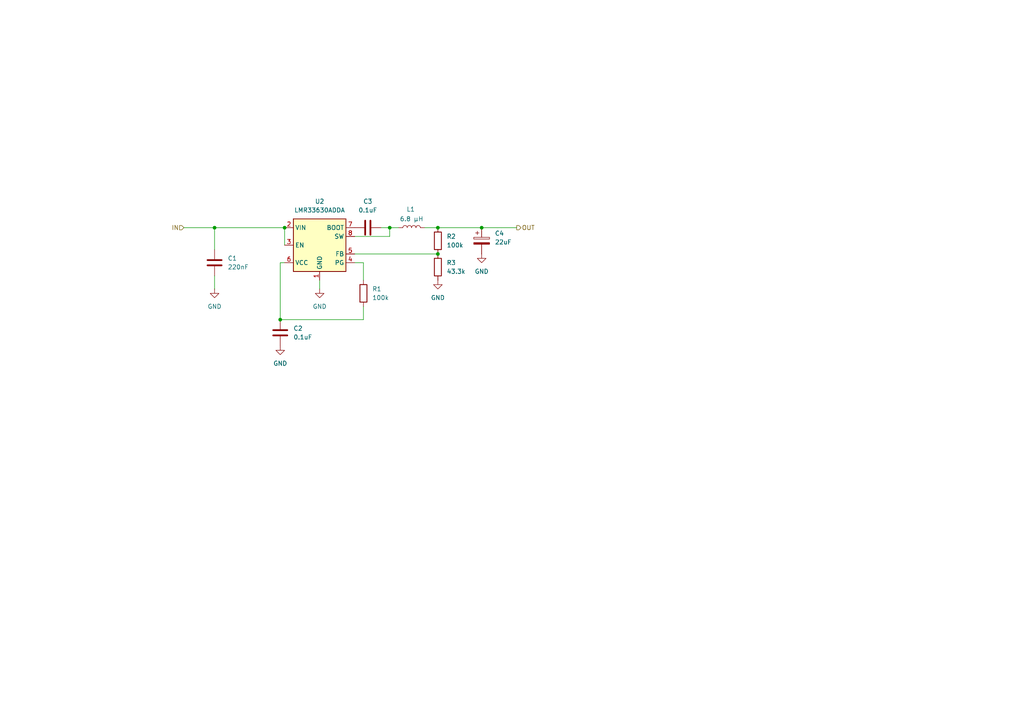
<source format=kicad_sch>
(kicad_sch (version 20231120) (generator "eeschema") (generator_version "8.0")
  (paper "A4")
  (lib_symbols
    (symbol "Device:C" (pin_numbers hide) (pin_names (offset 0.254))
      (property "Reference" "C" (at 0.635 2.54 0))
      (property "Value" "C" (at 0.635 -2.54 0))
      (symbol "C_0_1"
        (polyline (pts (xy -2.032 -0.762) (xy 2.032 -0.762)) (stroke (width 0.508)))
        (polyline (pts (xy -2.032 0.762) (xy 2.032 0.762)) (stroke (width 0.508)))
      )
      (symbol "C_1_1"
        (pin passive line (at 0 3.81 270) (length 2.794) (name "~") (number "1"))
        (pin passive line (at 0 -3.81 90) (length 2.794) (name "~") (number "2"))
      )
    )
    (symbol "Device:C_Polarized" (pin_numbers hide) (pin_names (offset 0.254))
      (property "Reference" "C" (at 0.635 2.54 0))
      (property "Value" "C_Polarized" (at 0.635 -2.54 0))
      (symbol "C_Polarized_0_1"
        (rectangle (start -2.286 0.508) (end 2.286 1.016))
        (polyline (pts (xy -1.778 2.286) (xy -0.762 2.286)))
        (polyline (pts (xy -1.27 2.794) (xy -1.27 1.778)))
        (rectangle (start 2.286 -0.508) (end -2.286 -1.016) (fill (type outline)))
      )
      (symbol "C_Polarized_1_1"
        (pin passive line (at 0 3.81 270) (length 2.794) (name "~") (number "1"))
        (pin passive line (at 0 -3.81 90) (length 2.794) (name "~") (number "2"))
      )
    )
    (symbol "Device:L" (pin_numbers hide) (pin_names (offset 1.016) hide)
      (property "Reference" "L" (at -1.27 0 90))
      (property "Value" "L" (at 1.905 0 90))
      (symbol "L_0_1"
        (arc (start 0 -2.54) (mid 0.6323 -1.905) (end 0 -1.27))
        (arc (start 0 -1.27) (mid 0.6323 -0.635) (end 0 0))
        (arc (start 0 0) (mid 0.6323 0.635) (end 0 1.27))
        (arc (start 0 1.27) (mid 0.6323 1.905) (end 0 2.54))
      )
      (symbol "L_1_1"
        (pin passive line (at 0 3.81 270) (length 1.27) (name "1") (number "1"))
        (pin passive line (at 0 -3.81 90) (length 1.27) (name "2") (number "2"))
      )
    )
    (symbol "Device:R" (pin_numbers hide) (pin_names (offset 0))
      (property "Reference" "R" (at 2.032 0 90))
      (property "Value" "R" (at 0 0 90))
      (symbol "R_0_1"
        (rectangle (start -1.016 -2.54) (end 1.016 2.54) (stroke (width 0.254)))
      )
      (symbol "R_1_1"
        (pin passive line (at 0 3.81 270) (length 1.27) (name "~") (number "1"))
        (pin passive line (at 0 -3.81 90) (length 1.27) (name "~") (number "2"))
      )
    )
    (symbol "Regulator_Switching:LMR33630ADDA"
      (property "Reference" "U" (at 0 11.43 0))
      (property "Value" "LMR33630ADDA" (at 0 8.89 0))
      (symbol "LMR33630ADDA_0_1"
        (rectangle (start -7.62 7.62) (end 7.62 -7.62) (stroke (width 0.254)) (fill (type background)))
      )
      (symbol "LMR33630ADDA_1_1"
        (pin power_in line (at 0 -10.16 90) (length 2.54) (name "GND") (number "1"))
        (pin power_in line (at -10.16 5.08 0) (length 2.54) (name "VIN") (number "2"))
        (pin input line (at -10.16 0 0) (length 2.54) (name "EN") (number "3"))
        (pin open_collector line (at 10.16 -5.08 180) (length 2.54) (name "PG") (number "4"))
        (pin input line (at 10.16 -2.54 180) (length 2.54) (name "FB") (number "5"))
        (pin power_out line (at -10.16 -5.08 0) (length 2.54) (name "VCC") (number "6"))
        (pin input line (at 10.16 5.08 180) (length 2.54) (name "BOOT") (number "7"))
        (pin output line (at 10.16 2.54 180) (length 2.54) (name "SW") (number "8"))
        (pin passive line (at 0 -10.16 90) (length 2.54) hide (name "GND") (number "9"))
      )
    )
    (symbol "power:GND" (power) (pin_numbers hide) (pin_names (offset 0) hide)
      (property "Value" "GND" (at 0 -3.81 0))
      (symbol "GND_0_1"
        (polyline (pts (xy 0 0) (xy 0 -1.27) (xy 1.27 -1.27) (xy 0 -2.54) (xy -1.27 -1.27) (xy 0 -1.27)))
      )
      (symbol "GND_1_1"
        (pin power_in line (at 0 0 270) (length 0) (name "~") (number "1"))
      )
    )
  )
  (junction (at 113.03 66.04))
  (junction (at 127 66.04))
  (junction (at 62.23 66.04))
  (junction (at 139.7 66.04))
  (junction (at 81.28 92.71))
  (junction (at 82.55 66.04))
  (junction (at 127 73.66))
  (wire (pts (xy 113.03 68.58) (xy 102.87 68.58)))
  (wire (pts (xy 113.03 66.04) (xy 113.03 68.58)))
  (wire (pts (xy 105.41 81.28) (xy 105.41 76.2)))
  (wire (pts (xy 62.23 72.39) (xy 62.23 66.04)))
  (wire (pts (xy 139.7 66.04) (xy 127 66.04)))
  (wire (pts (xy 81.28 92.71) (xy 105.41 92.71)))
  (wire (pts (xy 105.41 88.9) (xy 105.41 92.71)))
  (wire (pts (xy 110.49 66.04) (xy 113.03 66.04)))
  (wire (pts (xy 53.34 66.04) (xy 62.23 66.04)))
  (wire (pts (xy 92.71 83.82) (xy 92.71 81.28)))
  (wire (pts (xy 81.28 76.2) (xy 82.55 76.2)))
  (wire (pts (xy 62.23 66.04) (xy 82.55 66.04)))
  (wire (pts (xy 82.55 66.04) (xy 82.55 71.12)))
  (wire (pts (xy 127 66.04) (xy 123.19 66.04)))
  (wire (pts (xy 102.87 73.66) (xy 127 73.66)))
  (wire (pts (xy 105.41 76.2) (xy 102.87 76.2)))
  (wire (pts (xy 139.7 66.04) (xy 149.86 66.04)))
  (wire (pts (xy 115.57 66.04) (xy 113.03 66.04)))
  (wire (pts (xy 62.23 83.82) (xy 62.23 80.01)))
  (wire (pts (xy 81.28 92.71) (xy 81.28 76.2)))
  (hierarchical_label "IN" (shape input) (at 53.34 66.04 180))
  (hierarchical_label "OUT" (shape output) (at 149.86 66.04 0))
  (symbol (lib_id "Device:C_Polarized") (at 139.7 69.85 0) (unit 1)
    (property "Reference" "C4" (at 143.51 67.6909 0) (effects (justify left)))
    (property "Value" "22uF" (at 143.51 70.2309 0) (effects (justify left)))
    (property "Description" "Polarized capacitor" (effects (hide yes)))
  )
  (symbol (lib_id "power:GND") (at 92.71 83.82 0) (unit 1)
    (property "Reference" "#PWR03" (effects (hide yes)))
    (property "Value" "GND" (at 92.71 88.9 0))
    (property "Description" "Power symbol creates a global label with name \"GND\" , ground" (effects (hide yes)))
  )
  (symbol (lib_id "Device:R") (at 127 77.47 0) (unit 1)
    (property "Reference" "R3" (at 129.54 76.1999 0) (effects (justify left)))
    (property "Value" "43.3k" (at 129.54 78.7399 0) (effects (justify left)))
    (property "Description" "Resistor" (effects (hide yes)))
  )
  (symbol (lib_id "Device:R") (at 127 69.85 0) (unit 1)
    (property "Reference" "R2" (at 129.54 68.5799 0) (effects (justify left)))
    (property "Value" "100k" (at 129.54 71.1199 0) (effects (justify left)))
    (property "Description" "Resistor" (effects (hide yes)))
  )
  (symbol (lib_id "power:GND") (at 127 81.28 0) (unit 1)
    (property "Reference" "#PWR04" (effects (hide yes)))
    (property "Value" "GND" (at 127 86.36 0))
    (property "Description" "Power symbol creates a global label with name \"GND\" , ground" (effects (hide yes)))
  )
  (symbol (lib_id "Device:C") (at 62.23 76.2 0) (unit 1)
    (property "Reference" "C1" (at 66.04 74.9299 0) (effects (justify left)))
    (property "Value" "220nF" (at 66.04 77.4699 0) (effects (justify left)))
    (property "Description" "Unpolarized capacitor" (effects (hide yes)))
  )
  (symbol (lib_id "Device:C") (at 106.68 66.04 90) (unit 1)
    (property "Reference" "C3" (at 106.68 58.42 90))
    (property "Value" "0.1uF" (at 106.68 60.96 90))
    (property "Description" "Unpolarized capacitor" (effects (hide yes)))
  )
  (symbol (lib_id "Device:C") (at 81.28 96.52 180) (unit 1)
    (property "Reference" "C2" (at 85.09 95.2499 0) (effects (justify right)))
    (property "Value" "0.1uF" (at 85.09 97.7899 0) (effects (justify right)))
    (property "Description" "Unpolarized capacitor" (effects (hide yes)))
  )
  (symbol (lib_id "Device:L") (at 119.38 66.04 90) (unit 1)
    (property "Reference" "L1" (at 119.126 60.706 90))
    (property "Value" "6.8 µH" (at 119.38 63.5 90))
    (property "Description" "Inductor" (effects (hide yes)))
    (property "Value_1" " 14 mΩ" (effects (hide yes)))
  )
  (symbol (lib_id "Device:R") (at 105.41 85.09 180) (unit 1)
    (property "Reference" "R1" (at 107.95 83.8199 0) (effects (justify right)))
    (property "Value" "100k" (at 107.95 86.3599 0) (effects (justify right)))
    (property "Description" "Resistor" (effects (hide yes)))
  )
  (symbol (lib_id "power:GND") (at 139.7 73.66 0) (unit 1)
    (property "Reference" "#PWR05" (effects (hide yes)))
    (property "Value" "GND" (at 139.7 78.74 0))
    (property "Description" "Power symbol creates a global label with name \"GND\" , ground" (effects (hide yes)))
  )
  (symbol (lib_id "power:GND") (at 81.28 100.33 0) (unit 1)
    (property "Reference" "#PWR02" (effects (hide yes)))
    (property "Value" "GND" (at 81.28 105.41 0))
    (property "Description" "Power symbol creates a global label with name \"GND\" , ground" (effects (hide yes)))
  )
  (symbol (lib_id "power:GND") (at 62.23 83.82 0) (unit 1)
    (property "Reference" "#PWR01" (effects (hide yes)))
    (property "Value" "GND" (at 62.23 88.9 0))
    (property "Description" "Power symbol creates a global label with name \"GND\" , ground" (effects (hide yes)))
  )
  (symbol (lib_id "Regulator_Switching:LMR33630ADDA") (at 92.71 71.12 0) (unit 1)
    (property "Reference" "U2" (at 92.71 58.42 0))
    (property "Value" "LMR33630ADDA" (at 92.71 60.96 0))
    (property "Footprint" "Package_SO:Texas_HSOP-8-1EP_3.9x4.9mm_P1.27mm_ThermalVias" (effects (hide yes)))
    (property "Datasheet" "http://www.ti.com/lit/ds/symlink/lmr33630.pdf" (effects (hide yes)))
    (property "Description" "Simple Switcher Synchronous Buck Regulator, Vin=3.8-36V, Iout=3A, F=400kHz, Adjustable output voltage, HSOP-8" (effects (hide yes)))
  )
)
</source>
